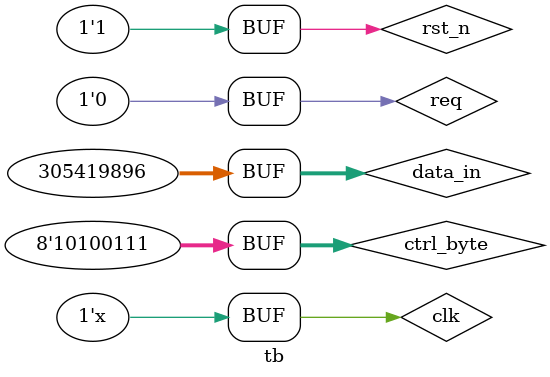
<source format=v>
`timescale 1ns / 1ps
module tb();


reg clk;
reg rst_n;
wire scl;
wire sda;
reg [7:0]  ctrl_byte;
reg [31:0] data_in;
wire [31:0] data_out;
reg  req;
wire ack;
wire busy;


always begin
    #10 clk = ~clk;
end


initial begin
    clk = 0;
    rst_n = 1;
    #100;
    rst_n = 0;
    #1000;
    rst_n = 1;   
end

initial begin
    req = 0;
    ctrl_byte = 8'hA6;
    data_in = 32'h12345678;
    #10000;
    
    req = 1;
    # 20;
    req = 0;
    
    # 600000;
    ctrl_byte = 8'hA7;
    #10000;
    
    req = 1;
    # 20;
    req = 0;
    
end

EEPROM u_EEPROM(
	.scl	(scl),
	.sda	(sda)
);

eeprom_ctrl i_eeprom_ctrl(
    .clk             (clk),
    .rst_n           (rst_n),
    .scl             (scl),
    .sda             (sda),
    .ctrl_byte       (ctrl_byte),
    .data_in         (data_in),
    .data_out        (data_out),
    .req             (req),
    .ack             (ack),
    .busy            (busy)
);


endmodule

</source>
